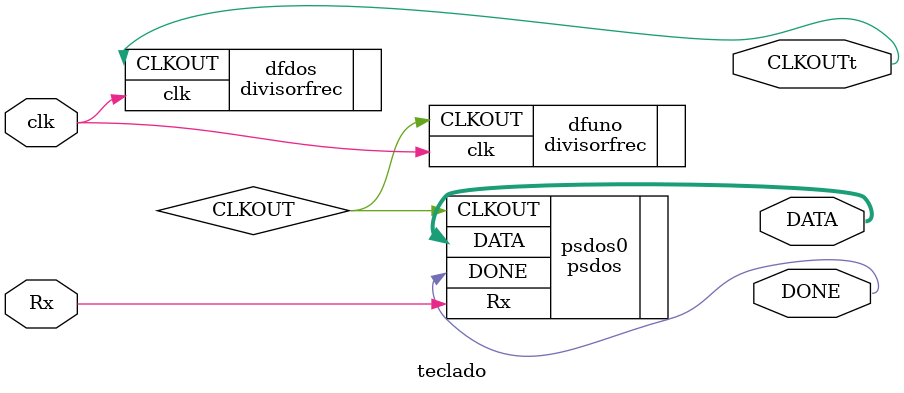
<source format=v>
module  teclado (
                  input		          Rx,
			            input		          clk,
			            //output	  	      Rx_error,
			            output	    [7:0]	DATA,
		            	output    	      DONE,
                  output            CLKOUTt
                );
  psdos	       psdos0     (
			                      .Rx         ( Rx        ),
			                      .CLKOUT     ( CLKOUT    ),
			                      //.Rx_error   ( Rx_error  ),
			                      .DATA       ( DATA      ),
		                      	.DONE       ( DONE      )
		                      );
  divisorfrec	 dfuno      (
				                    .clk        ( clk       ),
				                    .CLKOUT     ( CLKOUT    )
			                    );
  divisorfrec	 dfdos      (
				                    .clk        ( clk       ),
				                    .CLKOUT     ( CLKOUTt   )
			                    );
endmodule

</source>
